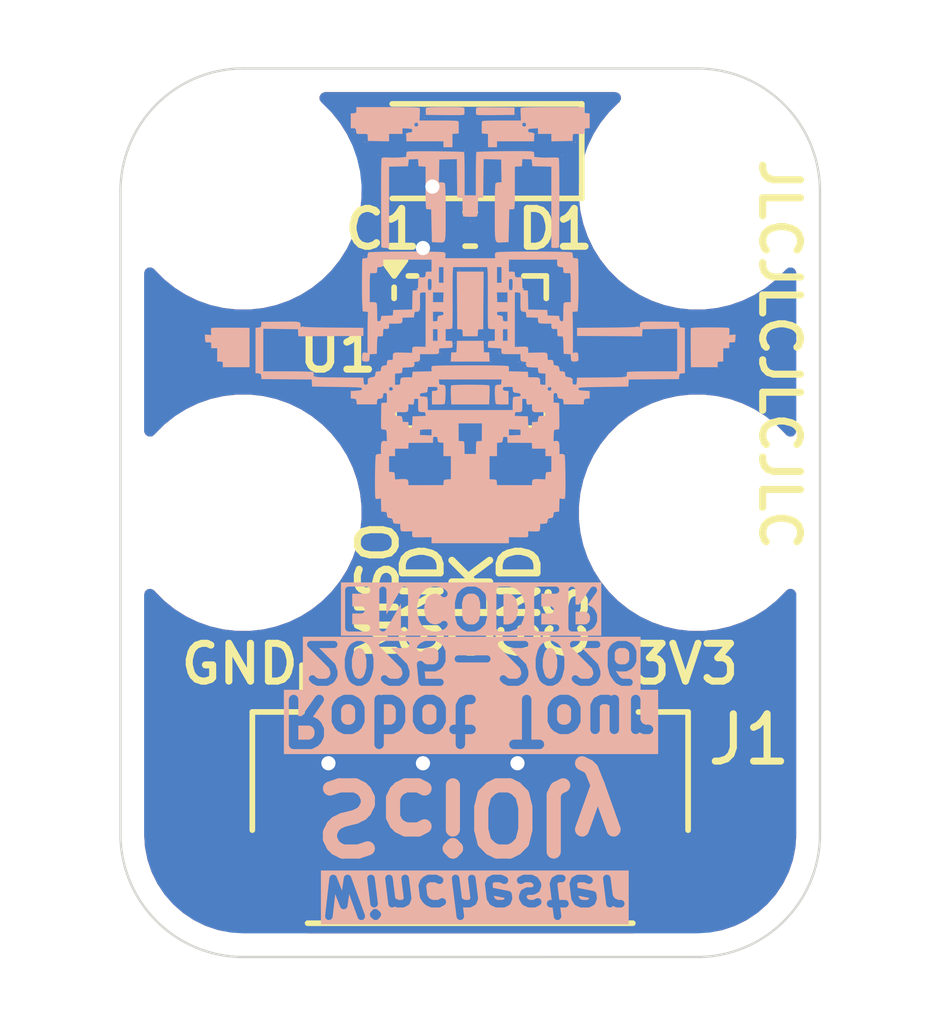
<source format=kicad_pcb>
(kicad_pcb (version 20241229) (generator "pcbnew") (generator_version "9.0")
  (layers (0 "F.Cu" signal) (2 "B.Cu" power) (13 "F.Paste" user) (15 "B.Paste" user) (5 "F.SilkS" user "F.Silkscreen") (7 "B.SilkS" user "B.Silkscreen") (1 "F.Mask" user) (3 "B.Mask" user) (25 "Edge.Cuts" user))
  (net 0 "")
  (net 1 "GND")
  (net 13 "+3V3")
  (net 14 "/MISO")
  (net 15 "/CLK")
  (net 17 "/CS")
  (footprint "Package_DFN_QFN:QFN-16-1EP_3x3mm_P0.5mm_EP1.7x1.7mm" (layer "F.Cu") (at 145 86.8)
    (property "Reference" "U1" (at -2.8 0 0) (layer "F.SilkS") (effects (font (size 0.8 0.8))))
    (property "Value" "MT6701QT")
    (pad "1" smd roundrect (at -1.4625 -0.75) (size 0.825 0.25) (layers "F.Cu" "F.Mask" "F.Paste"))
    (pad "2" smd roundrect (at -1.4625 -0.25) (size 0.825 0.25) (layers "F.Cu" "F.Mask" "F.Paste"))
    (pad "3" smd roundrect (at -1.4625 0.25) (size 0.825 0.25) (layers "F.Cu" "F.Mask" "F.Paste"))
    (pad "4" smd roundrect (at -1.4625 0.75) (size 0.825 0.25) (layers "F.Cu" "F.Mask" "F.Paste"))
    (pad "5" smd roundrect (at -0.75 1.4625) (size 0.25 0.825) (layers "F.Cu" "F.Mask" "F.Paste"))
    (pad "6" smd roundrect (at -0.25 1.4625) (size 0.25 0.825) (layers "F.Cu" "F.Mask" "F.Paste") (net 14 "/MISO"))
    (pad "7" smd roundrect (at 0.25 1.4625) (size 0.25 0.825) (layers "F.Cu" "F.Mask" "F.Paste") (net 15 "/CLK"))
    (pad "8" smd roundrect (at 0.75 1.4625) (size 0.25 0.825) (layers "F.Cu" "F.Mask" "F.Paste") (net 17 "/CS"))
    (pad "9" smd roundrect (at 1.4625 0.75) (size 0.825 0.25) (layers "F.Cu" "F.Mask" "F.Paste"))
    (pad "10" smd roundrect (at 1.4625 0.25) (size 0.825 0.25) (layers "F.Cu" "F.Mask" "F.Paste"))
    (pad "11" smd roundrect (at 1.4625 -0.25) (size 0.825 0.25) (layers "F.Cu" "F.Mask" "F.Paste"))
    (pad "12" smd roundrect (at 1.4625 -0.75) (size 0.825 0.25) (layers "F.Cu" "F.Mask" "F.Paste"))
    (pad "13" smd roundrect (at 0.75 -1.4625) (size 0.25 0.825) (layers "F.Cu" "F.Mask" "F.Paste") (net 13 "+3V3"))
    (pad "14" smd roundrect (at 0.25 -1.4625) (size 0.25 0.825) (layers "F.Cu" "F.Mask" "F.Paste") (net 13 "+3V3"))
    (pad "15" smd roundrect (at -0.25 -1.4625) (size 0.25 0.825) (layers "F.Cu" "F.Mask" "F.Paste"))
    (pad "16" smd roundrect (at -0.75 -1.4625) (size 0.25 0.825) (layers "F.Cu" "F.Mask" "F.Paste") (net 1 "GND"))
    (pad "17" smd rect (at 0 0) (size 1.7 1.7) (property pad_prop_heatsink) (layers "F.Cu" "F.Mask") (net 1 "GND"))
  )
  (footprint "MountingHole:MountingHole_2.2mm_M2" (layer "F.Cu") (at 149.8 90.2)
    (property "Reference" "H3")
    (property "Value" "MountingHole")
    (pad "" np_thru_hole circle (at 0 0) (size 2.2 2.2) (drill 2.2) (layers "*.Cu" "*.Mask") (clearance 1.4))
  )
  (footprint "Diode_SMD:D_SOD-123" (layer "F.Cu") (at 145 82.55 180)
    (property "Reference" "D1" (at -1.8 -1.65 0) (layer "F.SilkS") (effects (font (size 0.8 0.8))))
    (property "Value" "5.6")
    (pad "1" smd roundrect (at -1.65 0 180) (size 0.9 1.2) (layers "F.Cu" "F.Mask" "F.Paste") (net 13 "+3V3"))
    (pad "2" smd roundrect (at 1.65 0 180) (size 0.9 1.2) (layers "F.Cu" "F.Mask" "F.Paste") (net 1 "GND"))
  )
  (footprint "Capacitor_SMD:C_0402_1005Metric" (layer "F.Cu") (at 145 84.2 180)
    (property "Reference" "C1" (at 1.85 0 0) (layer "F.SilkS") (effects (font (size 0.8 0.8))))
    (property "Value" "100n")
    (pad "1" smd roundrect (at -0.48 0 180) (size 0.56 0.62) (layers "F.Cu" "F.Mask" "F.Paste") (net 13 "+3V3"))
    (pad "2" smd roundrect (at 0.48 0 180) (size 0.56 0.62) (layers "F.Cu" "F.Mask" "F.Paste") (net 1 "GND"))
  )
  (footprint "Connector_JST:JST_SH_SM07B-SRSS-TB_1x07-1MP_P1.00mm_Horizontal" (layer "F.Cu") (at 145 96.2)
    (property "Reference" "J1" (at 5.9 -1.2 0) (layer "F.SilkS"))
    (property "Value" "Conn_01x07_MountingPin")
    (pad "1" smd roundrect (at -3 -2) (size 0.6 1.55) (layers "F.Cu" "F.Mask" "F.Paste") (net 1 "GND"))
    (pad "2" smd roundrect (at -2 -2) (size 0.6 1.55) (layers "F.Cu" "F.Mask" "F.Paste") (net 14 "/MISO"))
    (pad "3" smd roundrect (at -1 -2) (size 0.6 1.55) (layers "F.Cu" "F.Mask" "F.Paste") (net 1 "GND"))
    (pad "4" smd roundrect (at 0 -2) (size 0.6 1.55) (layers "F.Cu" "F.Mask" "F.Paste") (net 15 "/CLK"))
    (pad "5" smd roundrect (at 1 -2) (size 0.6 1.55) (layers "F.Cu" "F.Mask" "F.Paste") (net 1 "GND"))
    (pad "6" smd roundrect (at 2 -2) (size 0.6 1.55) (layers "F.Cu" "F.Mask" "F.Paste") (net 17 "/CS"))
    (pad "7" smd roundrect (at 3 -2) (size 0.6 1.55) (layers "F.Cu" "F.Mask" "F.Paste") (net 13 "+3V3"))
    (pad "MP" smd roundrect (at -4.3 1.875) (size 1.2 1.8) (layers "F.Cu" "F.Mask" "F.Paste") (roundrect_rratio 0.208333))
    (pad "MP" smd roundrect (at 4.3 1.875) (size 1.2 1.8) (layers "F.Cu" "F.Mask" "F.Paste") (roundrect_rratio 0.208333))
  )
  (footprint "MountingHole:MountingHole_2.2mm_M2" (layer "F.Cu") (at 140.2 90.2)
    (property "Reference" "H4")
    (property "Value" "MountingHole")
    (pad "" np_thru_hole circle (at 0 0) (size 2.2 2.2) (drill 2.2) (layers "*.Cu" "*.Mask") (clearance 1.4))
  )
  (footprint "MountingHole:MountingHole_2.2mm_M2" (layer "F.Cu") (at 140.2 83.4)
    (property "Reference" "H1")
    (property "Value" "MountingHole")
    (pad "" np_thru_hole circle (at 0 0) (size 2.2 2.2) (drill 2.2) (layers "*.Cu" "*.Mask") (clearance 1.4))
  )
  (footprint "LOGO" (layer "B.Cu") (at 145 86.2)
    (property "Reference" "G***")
    (property "Value" "LOGO" (hide yes))
  )
  (footprint "LOGO" (layer "B.Cu") (at 145 86.2)
    (property "Reference" "G***")
    (property "Value" "LOGO" (hide yes))
  )
  (footprint "MountingHole:MountingHole_2.2mm_M2" (layer "B.Cu") (at 149.8 83.4 180)
    (property "Reference" "H2")
    (property "Value" "MountingHole")
    (pad "" np_thru_hole circle (at 0 0 180) (size 2.2 2.2) (drill 2.2) (layers "*.Cu" "*.Mask") (clearance 1.4))
  )
  (gr_line (start 149.799999 99.6) (end 140.199999 99.600001) (stroke (width 0.05)) (layer "Edge.Cuts"))
  (gr_line (start 137.6 83.4) (end 137.6 97) (stroke (width 0.05)) (layer "Edge.Cuts"))
  (gr_arc (start 149.8 80.8) (mid 151.638478 81.561522) (end 152.4 83.4) (stroke (width 0.05)) (layer "Edge.Cuts"))
  (gr_line (start 140.2 80.8) (end 149.8 80.8) (stroke (width 0.05)) (layer "Edge.Cuts"))
  (gr_line (start 152.4 83.4) (end 152.399998 97) (stroke (width 0.05)) (layer "Edge.Cuts"))
  (gr_arc (start 140.2 99.6) (mid 138.361522 98.838478) (end 137.6 97) (stroke (width 0.05)) (layer "Edge.Cuts"))
  (gr_arc (start 137.6 83.4) (mid 138.361522 81.561522) (end 140.2 80.8) (stroke (width 0.05)) (layer "Edge.Cuts"))
  (gr_arc (start 152.399998 97) (mid 151.638476 98.838478) (end 149.799998 99.6) (stroke (width 0.05)) (layer "Edge.Cuts"))
  (gr_text "3V3" (at 148.35 93.4 0) (layer "F.SilkS") (effects (font (size 0.8 0.8) (thickness 0.15) (bold yes)) (justify left)))
  (gr_text "CLK" (at 145.05 93.4 90) (layer "F.SilkS") (effects (font (size 0.8 0.8) (thickness 0.15) (bold yes)) (justify left)))
  (gr_text "JLCJLCJLCJLC" (at 151.55 86.85 270) (layer "F.SilkS") (effects (font (size 0.8 0.8))))
  (gr_text "CS" (at 147.05 93.4 90) (layer "F.SilkS") (effects (font (size 0.8 0.8) (thickness 0.15) (bold yes)) (justify left)))
  (gr_text "MISO" (at 143.05 93.4 90) (layer "F.SilkS") (effects (font (size 0.8 0.8) (thickness 0.15) (bold yes)) (justify left)))
  (gr_text "GND" (at 144 93.4 90) (layer "F.SilkS") (effects (font (size 0.8 0.8) (thickness 0.15) (bold yes)) (justify left)))
  (gr_text "GND" (at 146.05 93.4 90) (layer "F.SilkS") (effects (font (size 0.8 0.8) (thickness 0.15) (bold yes)) (justify left)))
  (gr_text "GND" (at 141.44 93.4 0) (layer "F.SilkS") (effects (font (size 0.8 0.8) (thickness 0.15) (bold yes)) (justify right)))
  (gr_text "2025-2026" (at 145.05 93.35 -180) (layer "B.SilkS" knockout) (effects (font (size 0.8 0.8) (thickness 0.15) (bold yes)) (justify mirror)))
  (gr_text "SciOly" (at 145 96.6 -180) (layer "B.SilkS") (effects (font (size 1.4 1.4) (thickness 0.3) (bold yes)) (justify mirror)))
  (gr_text "ENCODER" (at 145 92.2 180) (layer "B.SilkS" knockout) (effects (font (size 0.8 0.8) (thickness 0.15) (bold yes)) (justify mirror)))
  (gr_text "Robot Tour" (at 144.95 94.58 180) (layer "B.SilkS" knockout) (effects (font (size 0.95 0.95) (thickness 0.2) (bold yes)) (justify mirror)))
  (gr_text "Winchester" (at 145 98.3 -180) (layer "B.SilkS" knockout) (effects (font (size 0.8 0.8) (thickness 0.16) (bold yes) (italic yes)) (justify mirror)))
  (segment (start 144.52 84.2) (end 144.52 83.62) (width 0.3) (layer "F.Cu") (net 1))
  (segment (start 142 94.2) (end 142 95.5) (width 0.6) (layer "F.Cu") (net 1))
  (segment (start 146 94.2) (end 146 95.5) (width 0.6) (layer "F.Cu") (net 1))
  (segment (start 144 94.2) (end 144 95.5) (width 0.6) (layer "F.Cu") (net 1))
  (segment (start 143.45 82.55) (end 144.2 83.3) (width 0.6) (layer "F.Cu") (net 1))
  (segment (start 143.35 82.55) (end 143.45 82.55) (width 0.2) (layer "F.Cu") (net 1))
  (segment (start 144 84.6) (end 144.12 84.6) (width 0.2) (layer "F.Cu") (net 1))
  (segment (start 144.25 84.85) (end 144 84.6) (width 0.2) (layer "F.Cu") (net 1))
  (segment (start 144.25 85.3375) (end 144.25 86.05) (width 0.2) (layer "F.Cu") (net 1))
  (segment (start 144.52 83.62) (end 144.2 83.3) (width 0.3) (layer "F.Cu") (net 1))
  (segment (start 144.25 85.3375) (end 144.25 84.85) (width 0.2) (layer "F.Cu") (net 1))
  (segment (start 144.25 86.05) (end 145 86.8) (width 0.2) (layer "F.Cu") (net 1))
  (segment (start 144.12 84.6) (end 144.52 84.2) (width 0.2) (layer "F.Cu") (net 1))
  (via (at 144 84.6) (size 0.6) (drill 0.3) (layers "F.Cu" "B.Cu") (net 1))
  (via (at 146 95.5) (size 0.6) (drill 0.3) (layers "F.Cu" "B.Cu") (net 1))
  (via (at 144 95.5) (size 0.6) (drill 0.3) (layers "F.Cu" "B.Cu") (net 1))
  (via (at 142 95.5) (size 0.6) (drill 0.3) (layers "F.Cu" "B.Cu") (net 1))
  (via (at 144.2 83.3) (size 0.6) (drill 0.3) (layers "F.Cu" "B.Cu") (net 1))
  (segment (start 144.2 89.425) (end 144.75 88.875) (width 0.2) (layer "F.Cu") (net 14))
  (segment (start 143 93.05) (end 144.2 91.85) (width 0.2) (layer "F.Cu") (net 14))
  (segment (start 144.2 91.85) (end 144.2 89.425) (width 0.2) (layer "F.Cu") (net 14))
  (segment (start 144.75 88.875) (end 144.75 88.2625) (width 0.2) (layer "F.Cu") (net 14))
  (segment (start 143 94.2) (end 143 93.05) (width 0.2) (layer "F.Cu") (net 14))
  (segment (start 145 94.2) (end 145 92.85) (width 0.2) (layer "F.Cu") (net 15))
  (segment (start 145.25 92.6) (end 145.25 88.2625) (width 0.2) (layer "F.Cu") (net 15))
  (segment (start 145 92.85) (end 145.25 92.6) (width 0.2) (layer "F.Cu") (net 15))
  (segment (start 146 89.1) (end 145.75 88.85) (width 0.2) (layer "F.Cu") (net 17))
  (segment (start 145.75 88.85) (end 145.75 88.2625) (width 0.2) (layer "F.Cu") (net 17))
  (segment (start 147 94.2) (end 147 92.85) (width 0.2) (layer "F.Cu") (net 17))
  (segment (start 146 91.85) (end 146 89.1) (width 0.2) (layer "F.Cu") (net 17))
  (segment (start 147 92.85) (end 146 91.85) (width 0.2) (layer "F.Cu") (net 17))
  (zone (net 13) (net_name "+3V3") (layer "F.Cu") (connect_pads yes (clearance 0.127)) (min_thickness 0.25) (fill yes (thermal_gap 0.5) (thermal_bridge_width 0.5))
    (polygon (pts (xy 137.6 80.8) (xy 152.4 80.8) (xy 152.4 99.6) (xy 137.6 99.6)))
  )
  (zone (net 1) (net_name "GND") (layer "B.Cu") (connect_pads yes (clearance 0.127)) (min_thickness 0.25) (fill yes (thermal_gap 0.5) (thermal_bridge_width 0.5))
    (polygon (pts (xy 137.6 80.8) (xy 152.4 80.8) (xy 152.4 99.6) (xy 137.6 99.6)))
  )
)
</source>
